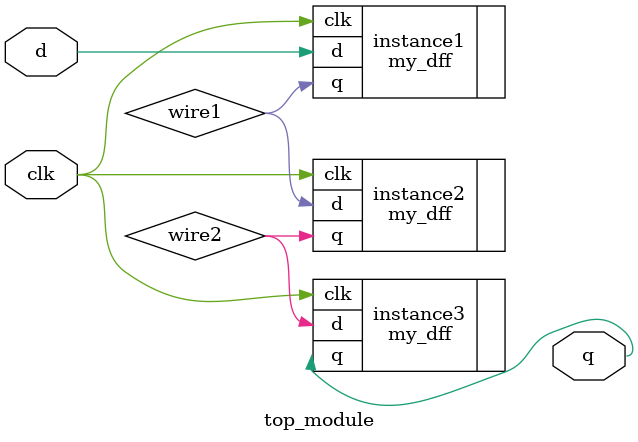
<source format=v>
module top_module ( input clk, input d, output q );

    wire wire1, wire2;
    my_dff instance1(.clk(clk), .d(d), .q(wire1));
    my_dff instance2(.clk(clk), .d(wire1), .q(wire2));
    my_dff instance3(.clk(clk), .d(wire2), .q(q));

endmodule

</source>
